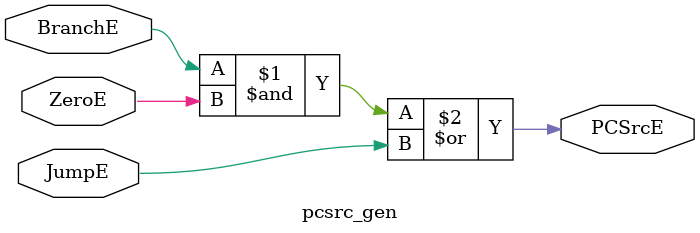
<source format=v>
`timescale 1ns / 1ps

module pcsrc_gen (
    input BranchE,
    input JumpE,
    input ZeroE,
    output PCSrcE
);
    assign PCSrcE = (BranchE & ZeroE) | JumpE;
endmodule

</source>
